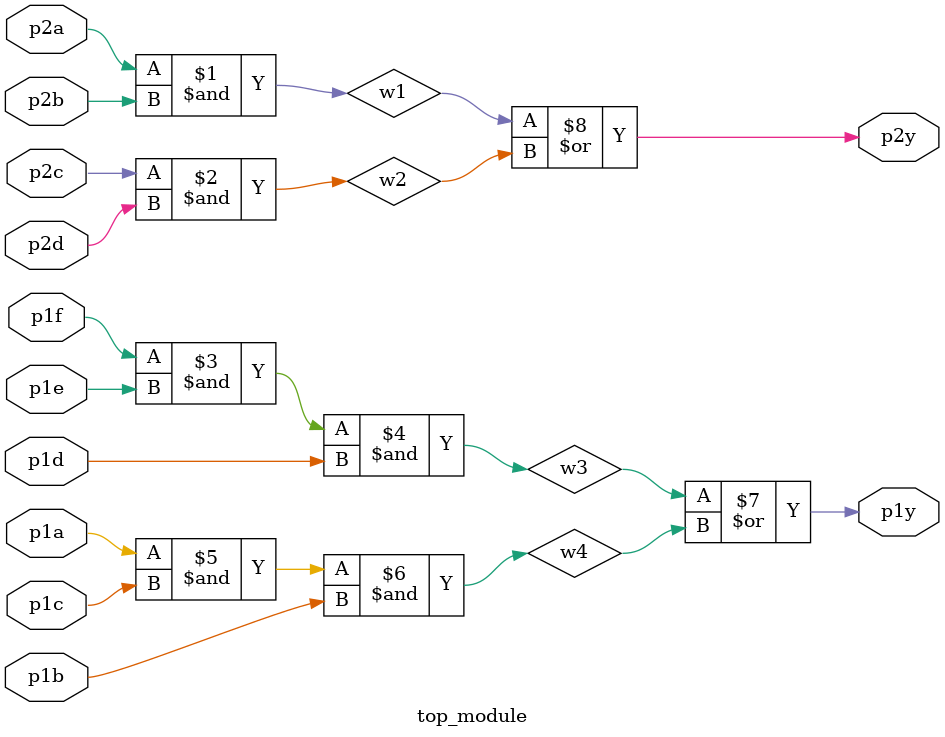
<source format=v>
module top_module ( 
    input p1a, p1b, p1c, p1d, p1e, p1f,
    output p1y,
    input p2a, p2b, p2c, p2d,
    output p2y );
    
    wire w1;
    wire w2;
    wire w3;
    wire w4;
    
    assign w1 = p2a & p2b;
    assign w2 = p2c &p2d;
    assign w3 = p1f & p1e & p1d;
    assign w4 = p1a &p1c & p1b;
    assign p1y = w3 | w4;
    assign p2y = w1 | w2;
   

endmodule

</source>
